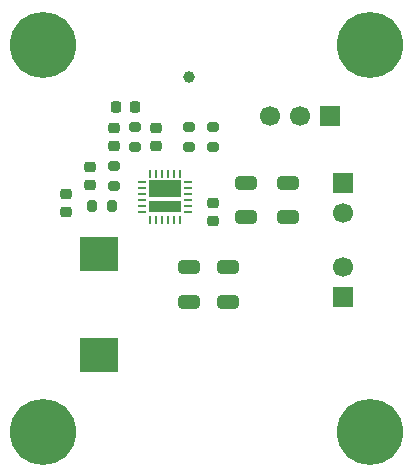
<source format=gbr>
%TF.GenerationSoftware,KiCad,Pcbnew,9.0.5*%
%TF.CreationDate,2025-10-20T16:26:16+05:30*%
%TF.ProjectId,adp2384,61647032-3338-4342-9e6b-696361645f70,A1*%
%TF.SameCoordinates,Original*%
%TF.FileFunction,Soldermask,Top*%
%TF.FilePolarity,Negative*%
%FSLAX46Y46*%
G04 Gerber Fmt 4.6, Leading zero omitted, Abs format (unit mm)*
G04 Created by KiCad (PCBNEW 9.0.5) date 2025-10-20 16:26:16*
%MOMM*%
%LPD*%
G01*
G04 APERTURE LIST*
G04 Aperture macros list*
%AMRoundRect*
0 Rectangle with rounded corners*
0 $1 Rounding radius*
0 $2 $3 $4 $5 $6 $7 $8 $9 X,Y pos of 4 corners*
0 Add a 4 corners polygon primitive as box body*
4,1,4,$2,$3,$4,$5,$6,$7,$8,$9,$2,$3,0*
0 Add four circle primitives for the rounded corners*
1,1,$1+$1,$2,$3*
1,1,$1+$1,$4,$5*
1,1,$1+$1,$6,$7*
1,1,$1+$1,$8,$9*
0 Add four rect primitives between the rounded corners*
20,1,$1+$1,$2,$3,$4,$5,0*
20,1,$1+$1,$4,$5,$6,$7,0*
20,1,$1+$1,$6,$7,$8,$9,0*
20,1,$1+$1,$8,$9,$2,$3,0*%
%AMFreePoly0*
4,1,5,1.350000,-0.538000,-1.350000,-0.538000,-1.350000,0.412000,1.350000,0.412000,1.350000,-0.538000,1.350000,-0.538000,$1*%
%AMFreePoly1*
4,1,5,1.350000,-0.762000,-1.350000,-0.762000,-1.350000,0.638000,1.350000,0.638000,1.350000,-0.762000,1.350000,-0.762000,$1*%
G04 Aperture macros list end*
%ADD10C,5.600000*%
%ADD11C,3.600000*%
%ADD12RoundRect,0.250000X-0.650000X0.325000X-0.650000X-0.325000X0.650000X-0.325000X0.650000X0.325000X0*%
%ADD13FreePoly0,0.000000*%
%ADD14FreePoly1,0.000000*%
%ADD15R,0.250000X0.799999*%
%ADD16R,0.799999X0.250000*%
%ADD17RoundRect,0.225000X-0.250000X0.225000X-0.250000X-0.225000X0.250000X-0.225000X0.250000X0.225000X0*%
%ADD18C,1.700000*%
%ADD19R,1.700000X1.700000*%
%ADD20RoundRect,0.225000X0.250000X-0.225000X0.250000X0.225000X-0.250000X0.225000X-0.250000X-0.225000X0*%
%ADD21RoundRect,0.200000X0.200000X0.275000X-0.200000X0.275000X-0.200000X-0.275000X0.200000X-0.275000X0*%
%ADD22C,1.000000*%
%ADD23RoundRect,0.250000X0.650000X-0.325000X0.650000X0.325000X-0.650000X0.325000X-0.650000X-0.325000X0*%
%ADD24RoundRect,0.200000X0.275000X-0.200000X0.275000X0.200000X-0.275000X0.200000X-0.275000X-0.200000X0*%
%ADD25RoundRect,0.200000X-0.275000X0.200000X-0.275000X-0.200000X0.275000X-0.200000X0.275000X0.200000X0*%
%ADD26RoundRect,0.225000X-0.225000X-0.250000X0.225000X-0.250000X0.225000X0.250000X-0.225000X0.250000X0*%
%ADD27R,3.251200X2.921000*%
G04 APERTURE END LIST*
D10*
%TO.C,H4*%
X151984000Y-124008000D03*
D11*
X151984000Y-124008000D03*
%TD*%
D12*
%TO.C,C10*%
X136652000Y-113035000D03*
X136652000Y-110085000D03*
%TD*%
D10*
%TO.C,H1*%
X124298000Y-91242000D03*
D11*
X124298000Y-91242000D03*
%TD*%
D13*
%TO.C,U1*%
X134620000Y-104902000D03*
D14*
X134620000Y-103378000D03*
D15*
X133370000Y-102189999D03*
X133869999Y-102189999D03*
X134370000Y-102189999D03*
X134870000Y-102189999D03*
X135370001Y-102189999D03*
X135870000Y-102189999D03*
D16*
X136570001Y-102890000D03*
X136570001Y-103389999D03*
X136570001Y-103890000D03*
X136570001Y-104390000D03*
X136570001Y-104890001D03*
X136570001Y-105390000D03*
D15*
X135870000Y-106090001D03*
X135370001Y-106090001D03*
X134870000Y-106090001D03*
X134370000Y-106090001D03*
X133869999Y-106090001D03*
X133370000Y-106090001D03*
D16*
X132669999Y-105390000D03*
X132669999Y-104890001D03*
X132669999Y-104390000D03*
X132669999Y-103890000D03*
X132669999Y-103389999D03*
X132669999Y-102890000D03*
%TD*%
D17*
%TO.C,C7*%
X130302000Y-99835000D03*
X130302000Y-98285000D03*
%TD*%
D18*
%TO.C,J1*%
X149698000Y-105461000D03*
D19*
X149698000Y-102921000D03*
%TD*%
D20*
%TO.C,C4*%
X138684000Y-104635000D03*
X138684000Y-106185000D03*
%TD*%
D18*
%TO.C,J3*%
X149698000Y-110043000D03*
D19*
X149698000Y-112583000D03*
%TD*%
D17*
%TO.C,C3*%
X133858000Y-99835000D03*
X133858000Y-98285000D03*
%TD*%
D21*
%TO.C,R5*%
X128461000Y-104902000D03*
X130111000Y-104902000D03*
%TD*%
D22*
%TO.C,TP3*%
X136652000Y-93980000D03*
%TD*%
D23*
%TO.C,C1*%
X141478000Y-102919000D03*
X141478000Y-105869000D03*
%TD*%
D18*
%TO.C,J2*%
X143510000Y-97282000D03*
X146050000Y-97282000D03*
D19*
X148590000Y-97282000D03*
%TD*%
D24*
%TO.C,R3*%
X138684000Y-98235000D03*
X138684000Y-99885000D03*
%TD*%
D25*
%TO.C,R4*%
X130302000Y-103187000D03*
X130302000Y-101537000D03*
%TD*%
D17*
%TO.C,C5*%
X126238000Y-105423000D03*
X126238000Y-103873000D03*
%TD*%
D24*
%TO.C,R2*%
X132080000Y-98235000D03*
X132080000Y-99885000D03*
%TD*%
%TO.C,R1*%
X136652000Y-98235000D03*
X136652000Y-99885000D03*
%TD*%
D10*
%TO.C,H2*%
X151984000Y-91242000D03*
D11*
X151984000Y-91242000D03*
%TD*%
D10*
%TO.C,H3*%
X124298000Y-124008000D03*
D11*
X124298000Y-124008000D03*
%TD*%
D23*
%TO.C,C2*%
X145034000Y-102919000D03*
X145034000Y-105869000D03*
%TD*%
D20*
%TO.C,C11*%
X128270000Y-101574000D03*
X128270000Y-103124000D03*
%TD*%
D26*
%TO.C,C6*%
X132067600Y-96520000D03*
X130517600Y-96520000D03*
%TD*%
D12*
%TO.C,C9*%
X140002000Y-113035000D03*
X140002000Y-110085000D03*
%TD*%
D27*
%TO.C,L1*%
X129032000Y-117525800D03*
X129032000Y-108966000D03*
%TD*%
M02*

</source>
